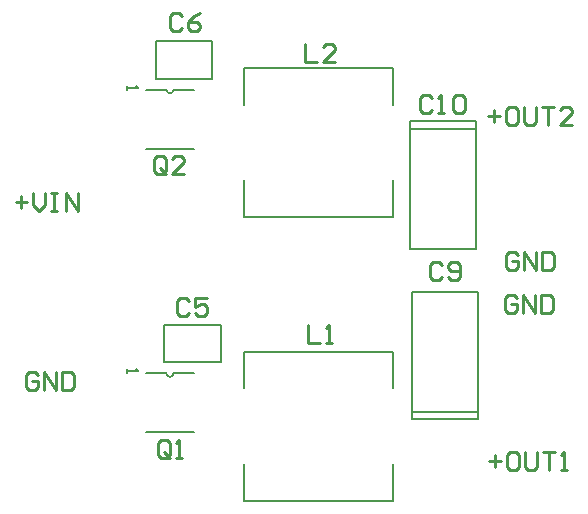
<source format=gto>
G04*
G04 #@! TF.GenerationSoftware,Altium Limited,Altium Designer,23.3.1 (30)*
G04*
G04 Layer_Color=65535*
%FSLAX44Y44*%
%MOMM*%
G71*
G04*
G04 #@! TF.SameCoordinates,8D2347DA-786F-44A1-B396-5F802EE38B7C*
G04*
G04*
G04 #@! TF.FilePolarity,Positive*
G04*
G01*
G75*
%ADD10C,0.2000*%
%ADD11C,0.2540*%
D10*
X143825Y414950D02*
G03*
X150175Y414950I3175J0D01*
G01*
X143825Y175000D02*
G03*
X150175Y175000I3175J0D01*
G01*
X127000Y364950D02*
X167000D01*
X150175Y414950D02*
X167000D01*
X127000D02*
X143825D01*
X127000Y175000D02*
X143825D01*
X150175D02*
X167000D01*
X127000Y125000D02*
X167000D01*
X135000Y456000D02*
X183000D01*
X135000Y424000D02*
Y456000D01*
Y424000D02*
X183000D01*
Y456000D01*
X142000Y184000D02*
X190000D01*
Y216000D01*
X142000D02*
X190000D01*
X142000Y184000D02*
Y216000D01*
X210000Y193000D02*
X336000D01*
X210000Y67000D02*
X336000D01*
Y98000D01*
Y162000D02*
Y193000D01*
X210000Y162000D02*
Y193000D01*
Y67000D02*
Y98000D01*
X408046Y136000D02*
Y141953D01*
X352000Y136000D02*
Y142000D01*
Y136000D02*
X408046D01*
X352000Y142000D02*
X408000D01*
X352000D02*
Y244000D01*
X408000D01*
Y142000D02*
Y244000D01*
X350000Y280000D02*
Y382000D01*
Y280000D02*
X406000D01*
Y382000D01*
X350000D02*
X406000D01*
X349953Y388000D02*
X406000D01*
Y382000D02*
Y388000D01*
X349953Y382047D02*
Y388000D01*
X210000Y307000D02*
X336000D01*
X210000Y433000D02*
X336000D01*
X210000Y402000D02*
Y433000D01*
Y307000D02*
Y338000D01*
X336000Y307000D02*
Y338000D01*
Y402000D02*
Y433000D01*
X111000Y418000D02*
Y415001D01*
Y416500D01*
X119997D01*
X118498Y418000D01*
X111000Y178000D02*
Y175001D01*
Y176500D01*
X119997D01*
X118498Y178000D01*
D11*
X143461Y345872D02*
Y356028D01*
X140922Y358568D01*
X135843D01*
X133304Y356028D01*
Y345872D01*
X135843Y343332D01*
X140922D01*
X138382Y348411D02*
X143461Y343332D01*
X140922D02*
X143461Y345872D01*
X158696Y343332D02*
X148539D01*
X158696Y353489D01*
Y356028D01*
X156157Y358568D01*
X151078D01*
X148539Y356028D01*
X417540Y100157D02*
X427697D01*
X422618Y105236D02*
Y95079D01*
X440393Y107775D02*
X435314D01*
X432775Y105236D01*
Y95079D01*
X435314Y92540D01*
X440393D01*
X442932Y95079D01*
Y105236D01*
X440393Y107775D01*
X448010D02*
Y95079D01*
X450549Y92540D01*
X455628D01*
X458167Y95079D01*
Y107775D01*
X463245D02*
X473402D01*
X468324D01*
Y92540D01*
X478480D02*
X483559D01*
X481020D01*
Y107775D01*
X478480Y105236D01*
X416540Y392658D02*
X426697D01*
X421618Y397736D02*
Y387579D01*
X439393Y400275D02*
X434314D01*
X431775Y397736D01*
Y387579D01*
X434314Y385040D01*
X439393D01*
X441932Y387579D01*
Y397736D01*
X439393Y400275D01*
X447010D02*
Y387579D01*
X449549Y385040D01*
X454628D01*
X457167Y387579D01*
Y400275D01*
X462245D02*
X472402D01*
X467324D01*
Y385040D01*
X487637D02*
X477480D01*
X487637Y395197D01*
Y397736D01*
X485098Y400275D01*
X480019D01*
X477480Y397736D01*
X442013Y275200D02*
X439474Y277740D01*
X434395D01*
X431856Y275200D01*
Y265044D01*
X434395Y262505D01*
X439474D01*
X442013Y265044D01*
Y270122D01*
X436935D01*
X447091Y262505D02*
Y277740D01*
X457248Y262505D01*
Y277740D01*
X462326D02*
Y262505D01*
X469944D01*
X472483Y265044D01*
Y275200D01*
X469944Y277740D01*
X462326D01*
X441013Y238200D02*
X438474Y240739D01*
X433395D01*
X430856Y238200D01*
Y228044D01*
X433395Y225504D01*
X438474D01*
X441013Y228044D01*
Y233122D01*
X435935D01*
X446091Y225504D02*
Y240739D01*
X456248Y225504D01*
Y240739D01*
X461326D02*
Y225504D01*
X468944D01*
X471483Y228044D01*
Y238200D01*
X468944Y240739D01*
X461326D01*
X35697Y173236D02*
X33157Y175775D01*
X28079D01*
X25540Y173236D01*
Y163079D01*
X28079Y160540D01*
X33157D01*
X35697Y163079D01*
Y168158D01*
X30618D01*
X40775Y160540D02*
Y175775D01*
X50932Y160540D01*
Y175775D01*
X56010D02*
Y160540D01*
X63628D01*
X66167Y163079D01*
Y173236D01*
X63628Y175775D01*
X56010D01*
X16290Y320158D02*
X26447D01*
X21368Y325236D02*
Y315079D01*
X31525Y327775D02*
Y317618D01*
X36603Y312540D01*
X41682Y317618D01*
Y327775D01*
X46760D02*
X51838D01*
X49299D01*
Y312540D01*
X46760D01*
X51838D01*
X59456D02*
Y327775D01*
X69613Y312540D01*
Y327775D01*
X157461Y477078D02*
X154922Y479618D01*
X149843D01*
X147304Y477078D01*
Y466922D01*
X149843Y464383D01*
X154922D01*
X157461Y466922D01*
X172696Y479618D02*
X167618Y477078D01*
X162539Y472000D01*
Y466922D01*
X165078Y464383D01*
X170157D01*
X172696Y466922D01*
Y469461D01*
X170157Y472000D01*
X162539D01*
X147000Y105922D02*
Y116078D01*
X144461Y118617D01*
X139382D01*
X136843Y116078D01*
Y105922D01*
X139382Y103383D01*
X144461D01*
X141922Y108461D02*
X147000Y103383D01*
X144461D02*
X147000Y105922D01*
X152078Y103383D02*
X157157D01*
X154618D01*
Y118617D01*
X152078Y116078D01*
X163461Y236078D02*
X160922Y238617D01*
X155843D01*
X153304Y236078D01*
Y225922D01*
X155843Y223382D01*
X160922D01*
X163461Y225922D01*
X178696Y238617D02*
X168539D01*
Y231000D01*
X173617Y233539D01*
X176157D01*
X178696Y231000D01*
Y225922D01*
X176157Y223382D01*
X171078D01*
X168539Y225922D01*
X263843Y215618D02*
Y200382D01*
X274000D01*
X279078D02*
X284157D01*
X281618D01*
Y215618D01*
X279078Y213078D01*
X377461Y266078D02*
X374922Y268617D01*
X369843D01*
X367304Y266078D01*
Y255922D01*
X369843Y253382D01*
X374922D01*
X377461Y255922D01*
X382539D02*
X385078Y253382D01*
X390157D01*
X392696Y255922D01*
Y266078D01*
X390157Y268617D01*
X385078D01*
X382539Y266078D01*
Y263539D01*
X385078Y261000D01*
X392696D01*
X369113Y408078D02*
X366574Y410617D01*
X361495D01*
X358956Y408078D01*
Y397922D01*
X361495Y395382D01*
X366574D01*
X369113Y397922D01*
X374191Y395382D02*
X379270D01*
X376730D01*
Y410617D01*
X374191Y408078D01*
X386887D02*
X389426Y410617D01*
X394505D01*
X397044Y408078D01*
Y397922D01*
X394505Y395382D01*
X389426D01*
X386887Y397922D01*
Y408078D01*
X261304Y453618D02*
Y438382D01*
X271461D01*
X286696D02*
X276539D01*
X286696Y448539D01*
Y451078D01*
X284157Y453618D01*
X279078D01*
X276539Y451078D01*
M02*

</source>
